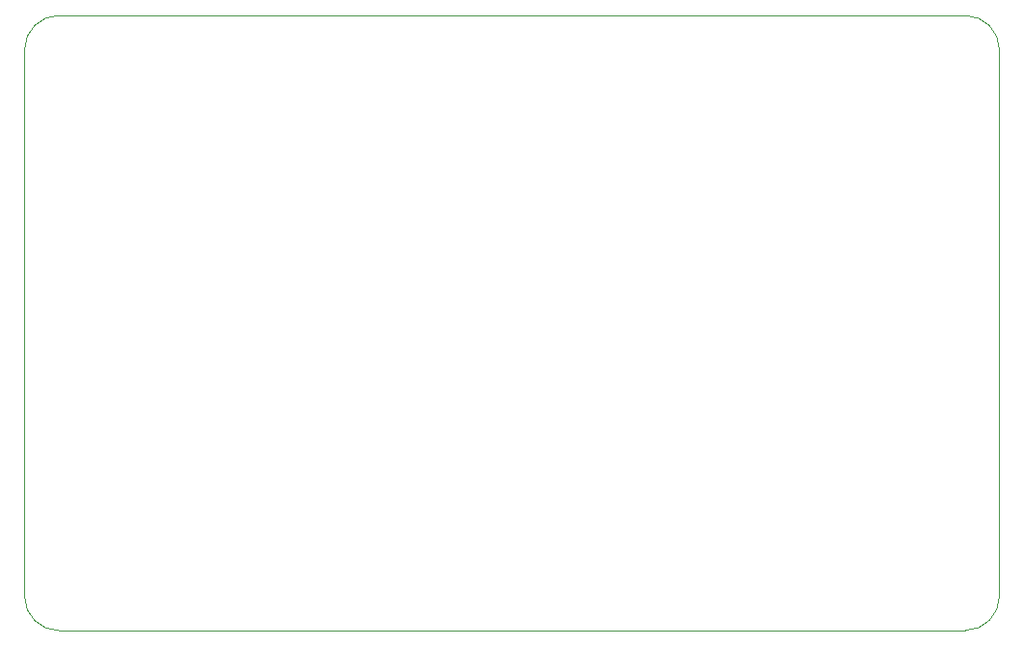
<source format=gbr>
%TF.GenerationSoftware,Altium Limited,Altium Designer,23.1.1 (15)*%
G04 Layer_Color=0*
%FSLAX45Y45*%
%MOMM*%
%TF.SameCoordinates,3FBC52AE-4862-4018-B763-16E4B67C7164*%
%TF.FilePolarity,Positive*%
%TF.FileFunction,Profile,NP*%
%TF.Part,Single*%
G01*
G75*
%TA.AperFunction,Profile*%
%ADD104C,0.02540*%
D104*
X2840000Y2540000D02*
G02*
X2540000Y2840000I0J300000D01*
G01*
Y7640000D01*
D02*
G02*
X2840000Y7940000I300000J0D01*
G01*
X10800000D01*
D02*
G02*
X11100000Y7640000I-0J-300000D01*
G01*
X11100000Y2840000D01*
D02*
G02*
X10800000Y2540000I-300000J0D01*
G01*
X2840000D01*
%TF.MD5,a07ae4f906636ea2be7dc0ef4fa747a2*%
M02*

</source>
